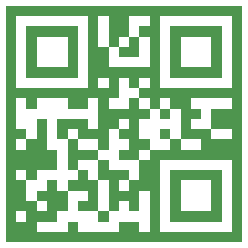
<source format=gbr>
%TF.GenerationSoftware,KiCad,Pcbnew,8.0.1*%
%TF.CreationDate,2024-06-02T23:47:43+02:00*%
%TF.ProjectId,Shawn_PCB_Business_card,53686177-6e5f-4504-9342-5f427573696e,rev?*%
%TF.SameCoordinates,Original*%
%TF.FileFunction,Legend,Bot*%
%TF.FilePolarity,Positive*%
%FSLAX46Y46*%
G04 Gerber Fmt 4.6, Leading zero omitted, Abs format (unit mm)*
G04 Created by KiCad (PCBNEW 8.0.1) date 2024-06-02 23:47:43*
%MOMM*%
%LPD*%
G01*
G04 APERTURE LIST*
%ADD10C,0.000000*%
G04 APERTURE END LIST*
D10*
%TO.C,G\u002A\u002A\u002A*%
G36*
X153163774Y-69380273D02*
G01*
X153163774Y-69815136D01*
X152728910Y-69815136D01*
X152294046Y-69815136D01*
X152294046Y-69380273D01*
X152294046Y-68945409D01*
X152728910Y-68945409D01*
X153163774Y-68945409D01*
X153163774Y-69380273D01*
G37*
G36*
X153163774Y-71119728D02*
G01*
X153163774Y-71554592D01*
X152728910Y-71554592D01*
X152294046Y-71554592D01*
X152294046Y-71119728D01*
X152294046Y-70684864D01*
X152728910Y-70684864D01*
X153163774Y-70684864D01*
X153163774Y-71119728D01*
G37*
G36*
X150554591Y-63727043D02*
G01*
X150554591Y-64596771D01*
X149684864Y-64596771D01*
X148815136Y-64596771D01*
X148815136Y-64161907D01*
X148815136Y-63727043D01*
X149250000Y-63727043D01*
X149684864Y-63727043D01*
X149684864Y-63292179D01*
X149684864Y-62857315D01*
X150119727Y-62857315D01*
X150554591Y-62857315D01*
X150554591Y-63727043D01*
G37*
G36*
X145336225Y-64161907D02*
G01*
X145336225Y-66336226D01*
X143161906Y-66336226D01*
X140987587Y-66336226D01*
X140987587Y-65466498D01*
X141857315Y-65466498D01*
X143161906Y-65466498D01*
X144466498Y-65466498D01*
X144466498Y-64161907D01*
X144466498Y-62857315D01*
X143161906Y-62857315D01*
X141857315Y-62857315D01*
X141857315Y-64161907D01*
X141857315Y-65466498D01*
X140987587Y-65466498D01*
X140987587Y-64161907D01*
X140987587Y-61987588D01*
X143161906Y-61987588D01*
X145336225Y-61987588D01*
X145336225Y-62857315D01*
X145336225Y-64161907D01*
G37*
G36*
X157512412Y-64161907D02*
G01*
X157512412Y-66336226D01*
X155338093Y-66336226D01*
X153163774Y-66336226D01*
X153163774Y-65466498D01*
X154033502Y-65466498D01*
X155338093Y-65466498D01*
X156642685Y-65466498D01*
X156642685Y-64161907D01*
X156642685Y-62857315D01*
X155338093Y-62857315D01*
X154033502Y-62857315D01*
X154033502Y-64161907D01*
X154033502Y-65466498D01*
X153163774Y-65466498D01*
X153163774Y-64161907D01*
X153163774Y-61987588D01*
X155338093Y-61987588D01*
X157512412Y-61987588D01*
X157512412Y-62857315D01*
X157512412Y-64161907D01*
G37*
G36*
X157512412Y-76338094D02*
G01*
X157512412Y-78512413D01*
X155338093Y-78512413D01*
X153163774Y-78512413D01*
X153163774Y-77642685D01*
X154033502Y-77642685D01*
X155338093Y-77642685D01*
X156642685Y-77642685D01*
X156642685Y-76338094D01*
X156642685Y-75033502D01*
X155338093Y-75033502D01*
X154033502Y-75033502D01*
X154033502Y-76338094D01*
X154033502Y-77642685D01*
X153163774Y-77642685D01*
X153163774Y-76338094D01*
X153163774Y-74163775D01*
X155338093Y-74163775D01*
X157512412Y-74163775D01*
X157512412Y-75033502D01*
X157512412Y-76338094D01*
G37*
G36*
X147510545Y-77642685D02*
G01*
X147945408Y-77642685D01*
X147945408Y-78077549D01*
X147945408Y-78512413D01*
X147510545Y-78512413D01*
X147075681Y-78512413D01*
X147075681Y-78077549D01*
X147075681Y-77642685D01*
X147510545Y-77642685D01*
G37*
G36*
X145771089Y-74163775D02*
G01*
X146205953Y-74163775D01*
X146205953Y-74598638D01*
X146205953Y-75033502D01*
X146640817Y-75033502D01*
X147075681Y-75033502D01*
X147075681Y-76338094D01*
X147075681Y-77642685D01*
X146205953Y-77642685D01*
X145336225Y-77642685D01*
X145336225Y-77207821D01*
X145336225Y-76772957D01*
X145771089Y-76772957D01*
X146205953Y-76772957D01*
X146205953Y-76338094D01*
X146205953Y-75903230D01*
X145336225Y-75903230D01*
X144466498Y-75903230D01*
X144466498Y-75468366D01*
X144466498Y-75033502D01*
X144901362Y-75033502D01*
X145336225Y-75033502D01*
X145336225Y-74598638D01*
X145336225Y-74163775D01*
X145771089Y-74163775D01*
G37*
G36*
X145336225Y-71989455D02*
G01*
X145336225Y-72424319D01*
X146205953Y-72424319D01*
X147075681Y-72424319D01*
X147075681Y-72859183D01*
X147075681Y-73294047D01*
X146205953Y-73294047D01*
X145336225Y-73294047D01*
X145336225Y-73728911D01*
X145336225Y-74163775D01*
X144901362Y-74163775D01*
X144466498Y-74163775D01*
X144466498Y-72859183D01*
X144466498Y-71554592D01*
X144901362Y-71554592D01*
X145336225Y-71554592D01*
X145336225Y-71989455D01*
G37*
G36*
X159251867Y-68075681D02*
G01*
X159251867Y-70250000D01*
X159251867Y-72424319D01*
X159251867Y-73294047D01*
X159251867Y-80251868D01*
X149250000Y-80251868D01*
X139248132Y-80251868D01*
X139248132Y-78512413D01*
X140117860Y-78512413D01*
X140552724Y-78512413D01*
X140987587Y-78512413D01*
X140987587Y-78077549D01*
X140987587Y-77642685D01*
X141857315Y-77642685D01*
X142292179Y-77642685D01*
X142727043Y-77642685D01*
X142727043Y-77207821D01*
X142727043Y-76772957D01*
X142292179Y-76772957D01*
X141857315Y-76772957D01*
X141857315Y-77207821D01*
X141857315Y-77642685D01*
X140987587Y-77642685D01*
X140552724Y-77642685D01*
X140117860Y-77642685D01*
X140117860Y-78077549D01*
X140117860Y-78512413D01*
X139248132Y-78512413D01*
X139248132Y-70250000D01*
X139248132Y-68075681D01*
X140117860Y-68075681D01*
X140117860Y-69380273D01*
X140117860Y-70684864D01*
X140552724Y-70684864D01*
X140987587Y-70684864D01*
X140987587Y-71119728D01*
X140987587Y-71554592D01*
X140552724Y-71554592D01*
X140117860Y-71554592D01*
X140117860Y-71989455D01*
X140117860Y-72424319D01*
X140552724Y-72424319D01*
X140987587Y-72424319D01*
X140987587Y-71989455D01*
X140987587Y-71554592D01*
X141422451Y-71554592D01*
X141857315Y-71554592D01*
X141857315Y-70684864D01*
X141857315Y-69815136D01*
X142292179Y-69815136D01*
X142727043Y-69815136D01*
X142727043Y-71119728D01*
X142727043Y-72424319D01*
X143161906Y-72424319D01*
X143596770Y-72424319D01*
X143596770Y-73294047D01*
X143596770Y-74163775D01*
X142727043Y-74163775D01*
X141857315Y-74163775D01*
X141857315Y-74598638D01*
X141857315Y-75033502D01*
X141422451Y-75033502D01*
X140987587Y-75033502D01*
X140987587Y-74598638D01*
X140987587Y-74163775D01*
X140552724Y-74163775D01*
X140117860Y-74163775D01*
X140117860Y-74598638D01*
X140117860Y-75033502D01*
X140552724Y-75033502D01*
X140987587Y-75033502D01*
X140987587Y-75903230D01*
X140987587Y-76772957D01*
X141422451Y-76772957D01*
X141857315Y-76772957D01*
X141857315Y-76338094D01*
X141857315Y-75903230D01*
X142292179Y-75903230D01*
X142727043Y-75903230D01*
X142727043Y-75468366D01*
X142727043Y-75033502D01*
X143161906Y-75033502D01*
X143596770Y-75033502D01*
X143596770Y-75468366D01*
X143596770Y-75903230D01*
X144031634Y-75903230D01*
X144466498Y-75903230D01*
X144466498Y-76772957D01*
X144466498Y-77642685D01*
X144031634Y-77642685D01*
X143596770Y-77642685D01*
X143596770Y-78077549D01*
X143596770Y-78512413D01*
X142727043Y-78512413D01*
X141857315Y-78512413D01*
X141857315Y-78947276D01*
X141857315Y-79382140D01*
X143161906Y-79382140D01*
X144466498Y-79382140D01*
X144466498Y-78947276D01*
X144466498Y-78512413D01*
X144901362Y-78512413D01*
X145336225Y-78512413D01*
X145336225Y-78947276D01*
X145336225Y-79382140D01*
X147075681Y-79382140D01*
X148815136Y-79382140D01*
X148815136Y-78947276D01*
X148815136Y-78512413D01*
X149684864Y-78512413D01*
X150554591Y-78512413D01*
X150554591Y-78947276D01*
X150554591Y-79382140D01*
X150989455Y-79382140D01*
X151424319Y-79382140D01*
X152294046Y-79382140D01*
X155338093Y-79382140D01*
X158382140Y-79382140D01*
X158382140Y-76338094D01*
X158382140Y-73294047D01*
X155338093Y-73294047D01*
X152294046Y-73294047D01*
X152294046Y-76338094D01*
X152294046Y-79382140D01*
X151424319Y-79382140D01*
X151424319Y-77642685D01*
X151424319Y-75903230D01*
X150989455Y-75903230D01*
X150554591Y-75903230D01*
X150554591Y-76772957D01*
X150554591Y-77642685D01*
X150119727Y-77642685D01*
X149684864Y-77642685D01*
X149684864Y-77207821D01*
X149684864Y-76772957D01*
X149250000Y-76772957D01*
X148815136Y-76772957D01*
X148815136Y-77207821D01*
X148815136Y-77642685D01*
X148380272Y-77642685D01*
X147945408Y-77642685D01*
X147945408Y-76338094D01*
X147945408Y-75033502D01*
X147510545Y-75033502D01*
X147075681Y-75033502D01*
X147075681Y-74163775D01*
X147075681Y-73294047D01*
X147510545Y-73294047D01*
X147945408Y-73294047D01*
X147945408Y-73728911D01*
X147945408Y-74163775D01*
X148815136Y-74163775D01*
X149684864Y-74163775D01*
X149684864Y-74598638D01*
X149684864Y-75033502D01*
X149250000Y-75033502D01*
X148815136Y-75033502D01*
X148815136Y-75468366D01*
X148815136Y-75903230D01*
X149250000Y-75903230D01*
X149684864Y-75903230D01*
X149684864Y-75468366D01*
X149684864Y-75033502D01*
X150119727Y-75033502D01*
X150554591Y-75033502D01*
X150554591Y-74163775D01*
X150554591Y-73294047D01*
X150989455Y-73294047D01*
X151424319Y-73294047D01*
X151424319Y-72859183D01*
X151424319Y-72424319D01*
X150989455Y-72424319D01*
X150554591Y-72424319D01*
X150554591Y-72859183D01*
X150554591Y-73294047D01*
X149684864Y-73294047D01*
X148815136Y-73294047D01*
X148815136Y-72859183D01*
X148815136Y-72424319D01*
X149250000Y-72424319D01*
X149684864Y-72424319D01*
X149684864Y-71989455D01*
X149684864Y-71554592D01*
X149250000Y-71554592D01*
X148815136Y-71554592D01*
X148815136Y-71119728D01*
X148815136Y-70684864D01*
X149250000Y-70684864D01*
X149684864Y-70684864D01*
X149684864Y-70250000D01*
X149684864Y-69815136D01*
X149250000Y-69815136D01*
X148815136Y-69815136D01*
X148815136Y-70250000D01*
X148815136Y-70684864D01*
X148380272Y-70684864D01*
X147945408Y-70684864D01*
X147945408Y-71554592D01*
X147945408Y-72424319D01*
X147510545Y-72424319D01*
X147075681Y-72424319D01*
X147075681Y-71989455D01*
X147075681Y-71554592D01*
X146205953Y-71554592D01*
X145336225Y-71554592D01*
X145336225Y-71119728D01*
X145336225Y-70684864D01*
X144901362Y-70684864D01*
X144466498Y-70684864D01*
X144466498Y-71119728D01*
X144466498Y-71554592D01*
X144031634Y-71554592D01*
X143596770Y-71554592D01*
X143596770Y-70684864D01*
X143596770Y-69815136D01*
X144901362Y-69815136D01*
X146205953Y-69815136D01*
X146205953Y-70250000D01*
X146205953Y-70684864D01*
X146640817Y-70684864D01*
X147075681Y-70684864D01*
X147075681Y-69380273D01*
X147075681Y-68945409D01*
X147945408Y-68945409D01*
X148815136Y-68945409D01*
X149684864Y-68945409D01*
X149684864Y-68510545D01*
X149684864Y-68075681D01*
X150119727Y-68075681D01*
X150554591Y-68075681D01*
X150554591Y-68510545D01*
X150554591Y-68945409D01*
X150989455Y-68945409D01*
X151424319Y-68945409D01*
X151424319Y-69380273D01*
X151424319Y-69815136D01*
X150989455Y-69815136D01*
X150554591Y-69815136D01*
X150554591Y-70684864D01*
X150554591Y-71554592D01*
X150989455Y-71554592D01*
X151424319Y-71554592D01*
X151424319Y-71989455D01*
X151424319Y-72424319D01*
X152294046Y-72424319D01*
X153163774Y-72424319D01*
X153163774Y-71989455D01*
X153163774Y-71554592D01*
X153598638Y-71554592D01*
X154033502Y-71554592D01*
X154033502Y-71989455D01*
X154033502Y-72424319D01*
X154903229Y-72424319D01*
X155772957Y-72424319D01*
X155772957Y-71989455D01*
X155772957Y-71554592D01*
X154903229Y-71554592D01*
X154033502Y-71554592D01*
X154033502Y-70684864D01*
X154903229Y-70684864D01*
X155772957Y-70684864D01*
X156642685Y-70684864D01*
X156642685Y-71119728D01*
X156642685Y-71554592D01*
X157512412Y-71554592D01*
X158382140Y-71554592D01*
X158382140Y-71119728D01*
X158382140Y-70684864D01*
X157512412Y-70684864D01*
X156642685Y-70684864D01*
X156642685Y-69815136D01*
X156642685Y-68945409D01*
X157512412Y-68945409D01*
X158382140Y-68945409D01*
X158382140Y-68510545D01*
X158382140Y-68075681D01*
X156642685Y-68075681D01*
X154903229Y-68075681D01*
X154903229Y-68510545D01*
X154903229Y-68945409D01*
X155338093Y-68945409D01*
X155772957Y-68945409D01*
X155772957Y-69380273D01*
X155772957Y-69815136D01*
X155338093Y-69815136D01*
X154903229Y-69815136D01*
X154903229Y-70250000D01*
X154903229Y-70684864D01*
X154033502Y-70684864D01*
X154033502Y-70250000D01*
X154033502Y-68945409D01*
X153598638Y-68945409D01*
X153163774Y-68945409D01*
X153163774Y-68510545D01*
X153163774Y-68075681D01*
X152728910Y-68075681D01*
X152294046Y-68075681D01*
X152294046Y-68510545D01*
X152294046Y-68945409D01*
X151859183Y-68945409D01*
X151424319Y-68945409D01*
X151424319Y-68510545D01*
X151424319Y-68075681D01*
X150989455Y-68075681D01*
X150554591Y-68075681D01*
X150554591Y-67640817D01*
X150554591Y-67205954D01*
X150989455Y-67205954D01*
X151424319Y-67205954D01*
X151424319Y-66771090D01*
X151424319Y-66336226D01*
X150989455Y-66336226D01*
X150554591Y-66336226D01*
X150554591Y-66771090D01*
X150554591Y-67205954D01*
X150119727Y-67205954D01*
X149684864Y-67205954D01*
X149684864Y-66771090D01*
X149684864Y-66336226D01*
X149250000Y-66336226D01*
X148815136Y-66336226D01*
X148815136Y-67205954D01*
X148815136Y-68075681D01*
X148380272Y-68075681D01*
X147945408Y-68075681D01*
X147945408Y-68510545D01*
X147945408Y-68945409D01*
X147075681Y-68945409D01*
X147075681Y-68075681D01*
X146640817Y-68075681D01*
X146205953Y-68075681D01*
X146205953Y-68510545D01*
X146205953Y-68945409D01*
X145336225Y-68945409D01*
X144466498Y-68945409D01*
X144466498Y-68510545D01*
X144466498Y-68075681D01*
X143161906Y-68075681D01*
X141857315Y-68075681D01*
X141857315Y-68510545D01*
X141857315Y-68945409D01*
X141422451Y-68945409D01*
X140987587Y-68945409D01*
X140987587Y-68510545D01*
X140987587Y-68075681D01*
X140552724Y-68075681D01*
X140117860Y-68075681D01*
X139248132Y-68075681D01*
X139248132Y-61117860D01*
X140117860Y-61117860D01*
X140117860Y-64161907D01*
X140117860Y-67205954D01*
X143161906Y-67205954D01*
X146205953Y-67205954D01*
X146205953Y-66336226D01*
X147075681Y-66336226D01*
X147075681Y-66771090D01*
X147075681Y-67205954D01*
X147510545Y-67205954D01*
X147945408Y-67205954D01*
X147945408Y-66771090D01*
X147945408Y-66336226D01*
X147510545Y-66336226D01*
X147075681Y-66336226D01*
X146205953Y-66336226D01*
X146205953Y-64161907D01*
X146205953Y-63727043D01*
X147075681Y-63727043D01*
X147510545Y-63727043D01*
X147945408Y-63727043D01*
X147945408Y-64596771D01*
X147945408Y-65466498D01*
X149684864Y-65466498D01*
X151424319Y-65466498D01*
X151424319Y-64161907D01*
X151424319Y-62857315D01*
X150989455Y-62857315D01*
X150554591Y-62857315D01*
X150554591Y-62422452D01*
X150554591Y-61987588D01*
X150989455Y-61987588D01*
X151424319Y-61987588D01*
X151424319Y-61552724D01*
X151424319Y-61117860D01*
X152294046Y-61117860D01*
X152294046Y-64161907D01*
X152294046Y-67205954D01*
X155338093Y-67205954D01*
X158382140Y-67205954D01*
X158382140Y-64161907D01*
X158382140Y-61117860D01*
X155338093Y-61117860D01*
X152294046Y-61117860D01*
X151424319Y-61117860D01*
X150554591Y-61117860D01*
X149684864Y-61117860D01*
X149684864Y-61987588D01*
X149684864Y-62857315D01*
X149250000Y-62857315D01*
X148815136Y-62857315D01*
X148815136Y-63292179D01*
X148815136Y-63727043D01*
X148380272Y-63727043D01*
X147945408Y-63727043D01*
X147945408Y-62422452D01*
X147945408Y-61117860D01*
X147510545Y-61117860D01*
X147075681Y-61117860D01*
X147075681Y-62422452D01*
X147075681Y-63727043D01*
X146205953Y-63727043D01*
X146205953Y-61117860D01*
X143161906Y-61117860D01*
X140117860Y-61117860D01*
X139248132Y-61117860D01*
X139248132Y-60248133D01*
X149250000Y-60248133D01*
X159251867Y-60248133D01*
X159251867Y-61117860D01*
X159251867Y-68075681D01*
G37*
%TD*%
M02*

</source>
